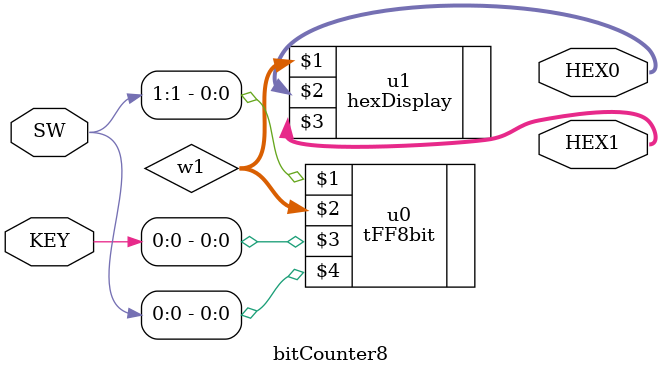
<source format=v>
`timescale 1ns / 1ns // `timescale time_unit/time_precision
module bitCounter8(KEY, SW, HEX0, HEX1);
	input [3:0] KEY;
	input [1:0] SW;
	output [6:0] HEX0, HEX1;
	wire [7:0] w1;
	
	
	tFF8bit u0(SW[1], w1, KEY[0], SW[0]);
	hexDisplay u1(w1, HEX0, HEX1);
	
	

endmodule

</source>
